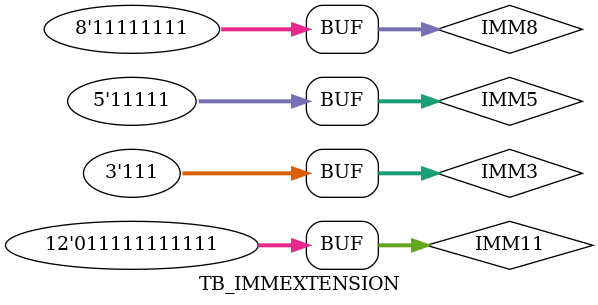
<source format=v>
`timescale 10ns/1ps
module TB_IMMEXTENSION;

	reg	[2:0]	IMM3;
	reg	[4:0]	IMM5;
	reg	[7:0]	IMM8;
	reg	[11:0]	IMM11;
	wire	[31:0]	IMM3_EX;
	wire	[31:0]	IMM5_EX;
	wire	[31:0]	IMM8_EX;
	wire	[31:0]	IMM11_EX;

	IMMEXTENSION immext(
	.IMM3	(IMM3),
	.IMM5	(IMM5),
	.IMM8	(IMM8),
	.IMM11	(IMM11),
	.IMM3_EX	(IMM3_EX),
	.IMM5_EX	(IMM5_EX),
	.IMM8_EX	(IMM8_EX),
	.IMM11_EX	(IMM11_EX)
	);

	initial
	begin
	#2
		IMM3 = 3'b111;
	#2
		IMM5 = 5'b11111;
	#2
		IMM8 = 8'b11111111;
	#2
		IMM11 = 11'b11111111111;
	end
endmodule

</source>
